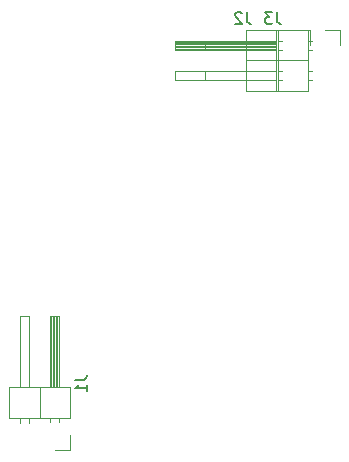
<source format=gbr>
%TF.GenerationSoftware,KiCad,Pcbnew,5.1.9*%
%TF.CreationDate,2021-04-10T23:13:33+02:00*%
%TF.ProjectId,Weichensimultor,57656963-6865-46e7-9369-6d756c746f72,rev?*%
%TF.SameCoordinates,Original*%
%TF.FileFunction,Legend,Bot*%
%TF.FilePolarity,Positive*%
%FSLAX46Y46*%
G04 Gerber Fmt 4.6, Leading zero omitted, Abs format (unit mm)*
G04 Created by KiCad (PCBNEW 5.1.9) date 2021-04-10 23:13:33*
%MOMM*%
%LPD*%
G01*
G04 APERTURE LIST*
%ADD10C,0.120000*%
%ADD11C,0.150000*%
G04 APERTURE END LIST*
D10*
%TO.C,J1*%
X120710000Y-120480000D02*
X115510000Y-120480000D01*
X115510000Y-120480000D02*
X115510000Y-117820000D01*
X115510000Y-117820000D02*
X120710000Y-117820000D01*
X120710000Y-117820000D02*
X120710000Y-120480000D01*
X119760000Y-117820000D02*
X119760000Y-111820000D01*
X119760000Y-111820000D02*
X119000000Y-111820000D01*
X119000000Y-111820000D02*
X119000000Y-117820000D01*
X119700000Y-117820000D02*
X119700000Y-111820000D01*
X119580000Y-117820000D02*
X119580000Y-111820000D01*
X119460000Y-117820000D02*
X119460000Y-111820000D01*
X119340000Y-117820000D02*
X119340000Y-111820000D01*
X119220000Y-117820000D02*
X119220000Y-111820000D01*
X119100000Y-117820000D02*
X119100000Y-111820000D01*
X119760000Y-120810000D02*
X119760000Y-120480000D01*
X119000000Y-120810000D02*
X119000000Y-120480000D01*
X118110000Y-120480000D02*
X118110000Y-117820000D01*
X117220000Y-117820000D02*
X117220000Y-111820000D01*
X117220000Y-111820000D02*
X116460000Y-111820000D01*
X116460000Y-111820000D02*
X116460000Y-117820000D01*
X117220000Y-120877071D02*
X117220000Y-120480000D01*
X116460000Y-120877071D02*
X116460000Y-120480000D01*
X119380000Y-123190000D02*
X120650000Y-123190000D01*
X120650000Y-123190000D02*
X120650000Y-121920000D01*
%TO.C,J2*%
X140970000Y-87630000D02*
X139700000Y-87630000D01*
X140970000Y-88900000D02*
X140970000Y-87630000D01*
X138657071Y-91820000D02*
X138260000Y-91820000D01*
X138657071Y-91060000D02*
X138260000Y-91060000D01*
X129600000Y-91820000D02*
X135600000Y-91820000D01*
X129600000Y-91060000D02*
X129600000Y-91820000D01*
X135600000Y-91060000D02*
X129600000Y-91060000D01*
X138260000Y-90170000D02*
X135600000Y-90170000D01*
X138590000Y-89280000D02*
X138260000Y-89280000D01*
X138590000Y-88520000D02*
X138260000Y-88520000D01*
X135600000Y-89180000D02*
X129600000Y-89180000D01*
X135600000Y-89060000D02*
X129600000Y-89060000D01*
X135600000Y-88940000D02*
X129600000Y-88940000D01*
X135600000Y-88820000D02*
X129600000Y-88820000D01*
X135600000Y-88700000D02*
X129600000Y-88700000D01*
X135600000Y-88580000D02*
X129600000Y-88580000D01*
X129600000Y-89280000D02*
X135600000Y-89280000D01*
X129600000Y-88520000D02*
X129600000Y-89280000D01*
X135600000Y-88520000D02*
X129600000Y-88520000D01*
X135600000Y-87570000D02*
X138260000Y-87570000D01*
X135600000Y-92770000D02*
X135600000Y-87570000D01*
X138260000Y-92770000D02*
X135600000Y-92770000D01*
X138260000Y-87570000D02*
X138260000Y-92770000D01*
%TO.C,J3*%
X140800000Y-87570000D02*
X140800000Y-92770000D01*
X140800000Y-92770000D02*
X138140000Y-92770000D01*
X138140000Y-92770000D02*
X138140000Y-87570000D01*
X138140000Y-87570000D02*
X140800000Y-87570000D01*
X138140000Y-88520000D02*
X132140000Y-88520000D01*
X132140000Y-88520000D02*
X132140000Y-89280000D01*
X132140000Y-89280000D02*
X138140000Y-89280000D01*
X138140000Y-88580000D02*
X132140000Y-88580000D01*
X138140000Y-88700000D02*
X132140000Y-88700000D01*
X138140000Y-88820000D02*
X132140000Y-88820000D01*
X138140000Y-88940000D02*
X132140000Y-88940000D01*
X138140000Y-89060000D02*
X132140000Y-89060000D01*
X138140000Y-89180000D02*
X132140000Y-89180000D01*
X141130000Y-88520000D02*
X140800000Y-88520000D01*
X141130000Y-89280000D02*
X140800000Y-89280000D01*
X140800000Y-90170000D02*
X138140000Y-90170000D01*
X138140000Y-91060000D02*
X132140000Y-91060000D01*
X132140000Y-91060000D02*
X132140000Y-91820000D01*
X132140000Y-91820000D02*
X138140000Y-91820000D01*
X141197071Y-91060000D02*
X140800000Y-91060000D01*
X141197071Y-91820000D02*
X140800000Y-91820000D01*
X143510000Y-88900000D02*
X143510000Y-87630000D01*
X143510000Y-87630000D02*
X142240000Y-87630000D01*
%TO.C,J1*%
D11*
X121102380Y-117201666D02*
X121816666Y-117201666D01*
X121959523Y-117154047D01*
X122054761Y-117058809D01*
X122102380Y-116915952D01*
X122102380Y-116820714D01*
X122102380Y-118201666D02*
X122102380Y-117630238D01*
X122102380Y-117915952D02*
X121102380Y-117915952D01*
X121245238Y-117820714D01*
X121340476Y-117725476D01*
X121388095Y-117630238D01*
%TO.C,J2*%
X135648333Y-86082380D02*
X135648333Y-86796666D01*
X135695952Y-86939523D01*
X135791190Y-87034761D01*
X135934047Y-87082380D01*
X136029285Y-87082380D01*
X135219761Y-86177619D02*
X135172142Y-86130000D01*
X135076904Y-86082380D01*
X134838809Y-86082380D01*
X134743571Y-86130000D01*
X134695952Y-86177619D01*
X134648333Y-86272857D01*
X134648333Y-86368095D01*
X134695952Y-86510952D01*
X135267380Y-87082380D01*
X134648333Y-87082380D01*
%TO.C,J3*%
X138188333Y-86082380D02*
X138188333Y-86796666D01*
X138235952Y-86939523D01*
X138331190Y-87034761D01*
X138474047Y-87082380D01*
X138569285Y-87082380D01*
X137807380Y-86082380D02*
X137188333Y-86082380D01*
X137521666Y-86463333D01*
X137378809Y-86463333D01*
X137283571Y-86510952D01*
X137235952Y-86558571D01*
X137188333Y-86653809D01*
X137188333Y-86891904D01*
X137235952Y-86987142D01*
X137283571Y-87034761D01*
X137378809Y-87082380D01*
X137664523Y-87082380D01*
X137759761Y-87034761D01*
X137807380Y-86987142D01*
%TD*%
M02*

</source>
